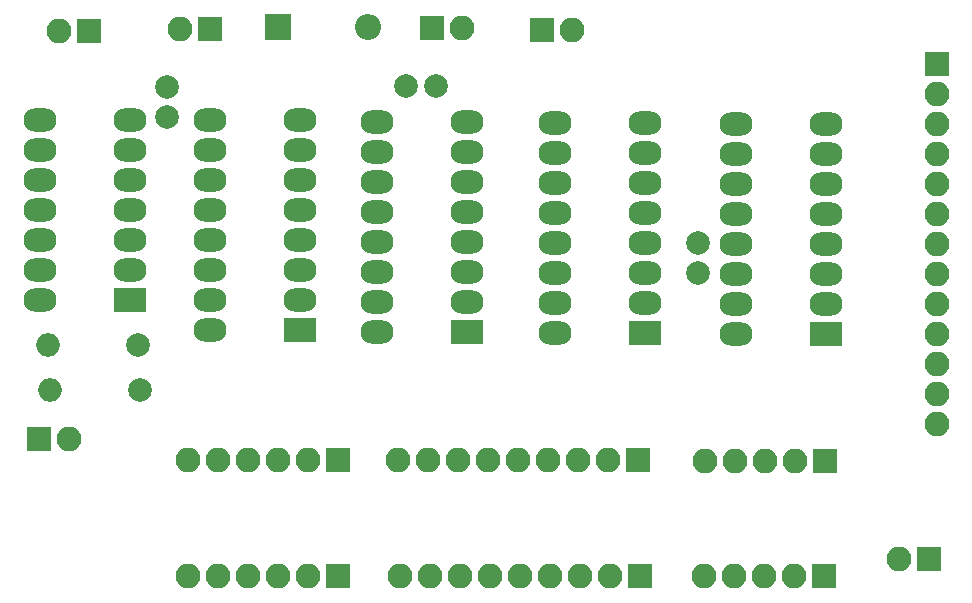
<source format=gts>
G04 #@! TF.FileFunction,Soldermask,Top*
%FSLAX46Y46*%
G04 Gerber Fmt 4.6, Leading zero omitted, Abs format (unit mm)*
G04 Created by KiCad (PCBNEW 4.0.4-stable) date 07/15/17 23:55:16*
%MOMM*%
%LPD*%
G01*
G04 APERTURE LIST*
%ADD10C,0.100000*%
%ADD11C,2.000000*%
%ADD12R,2.200000X2.200000*%
%ADD13O,2.200000X2.200000*%
%ADD14R,2.100000X2.100000*%
%ADD15O,2.100000X2.100000*%
%ADD16R,2.800000X2.000000*%
%ADD17O,2.800000X2.000000*%
%ADD18O,2.000000X2.000000*%
G04 APERTURE END LIST*
D10*
D11*
X185013600Y-83108800D03*
X185013600Y-80608800D03*
X140106400Y-69900800D03*
X140106400Y-67400800D03*
X162814000Y-67310000D03*
X160314000Y-67310000D03*
D12*
X149479000Y-62306200D03*
D13*
X157099000Y-62306200D03*
D14*
X195757800Y-99034600D03*
D15*
X193217800Y-99034600D03*
X190677800Y-99034600D03*
X188137800Y-99034600D03*
X185597800Y-99034600D03*
D14*
X195656200Y-108788200D03*
D15*
X193116200Y-108788200D03*
X190576200Y-108788200D03*
X188036200Y-108788200D03*
X185496200Y-108788200D03*
D14*
X179984400Y-98983800D03*
D15*
X177444400Y-98983800D03*
X174904400Y-98983800D03*
X172364400Y-98983800D03*
X169824400Y-98983800D03*
X167284400Y-98983800D03*
X164744400Y-98983800D03*
X162204400Y-98983800D03*
X159664400Y-98983800D03*
D14*
X180111400Y-108788200D03*
D15*
X177571400Y-108788200D03*
X175031400Y-108788200D03*
X172491400Y-108788200D03*
X169951400Y-108788200D03*
X167411400Y-108788200D03*
X164871400Y-108788200D03*
X162331400Y-108788200D03*
X159791400Y-108788200D03*
D14*
X154584400Y-98958400D03*
D15*
X152044400Y-98958400D03*
X149504400Y-98958400D03*
X146964400Y-98958400D03*
X144424400Y-98958400D03*
X141884400Y-98958400D03*
D14*
X154559000Y-108788200D03*
D15*
X152019000Y-108788200D03*
X149479000Y-108788200D03*
X146939000Y-108788200D03*
X144399000Y-108788200D03*
X141859000Y-108788200D03*
D14*
X205232000Y-65430400D03*
D15*
X205232000Y-67970400D03*
X205232000Y-70510400D03*
X205232000Y-73050400D03*
X205232000Y-75590400D03*
X205232000Y-78130400D03*
X205232000Y-80670400D03*
X205232000Y-83210400D03*
X205232000Y-85750400D03*
X205232000Y-88290400D03*
X205232000Y-90830400D03*
X205232000Y-93370400D03*
X205232000Y-95910400D03*
D14*
X204597000Y-107365800D03*
D15*
X202057000Y-107365800D03*
D14*
X143713200Y-62433200D03*
D15*
X141173200Y-62433200D03*
D14*
X129235200Y-97129600D03*
D15*
X131775200Y-97129600D03*
D14*
X171856400Y-62509400D03*
D15*
X174396400Y-62509400D03*
D14*
X162509200Y-62407800D03*
D15*
X165049200Y-62407800D03*
D14*
X133451600Y-62585600D03*
D15*
X130911600Y-62585600D03*
D16*
X136906000Y-85394800D03*
D17*
X129286000Y-70154800D03*
X136906000Y-82854800D03*
X129286000Y-72694800D03*
X136906000Y-80314800D03*
X129286000Y-75234800D03*
X136906000Y-77774800D03*
X129286000Y-77774800D03*
X136906000Y-75234800D03*
X129286000Y-80314800D03*
X136906000Y-72694800D03*
X129286000Y-82854800D03*
X136906000Y-70154800D03*
X129286000Y-85394800D03*
D16*
X151307800Y-87934800D03*
D17*
X143687800Y-70154800D03*
X151307800Y-85394800D03*
X143687800Y-72694800D03*
X151307800Y-82854800D03*
X143687800Y-75234800D03*
X151307800Y-80314800D03*
X143687800Y-77774800D03*
X151307800Y-77774800D03*
X143687800Y-80314800D03*
X151307800Y-75234800D03*
X143687800Y-82854800D03*
X151307800Y-72694800D03*
X143687800Y-85394800D03*
X151307800Y-70154800D03*
X143687800Y-87934800D03*
D16*
X165455600Y-88112600D03*
D17*
X157835600Y-70332600D03*
X165455600Y-85572600D03*
X157835600Y-72872600D03*
X165455600Y-83032600D03*
X157835600Y-75412600D03*
X165455600Y-80492600D03*
X157835600Y-77952600D03*
X165455600Y-77952600D03*
X157835600Y-80492600D03*
X165455600Y-75412600D03*
X157835600Y-83032600D03*
X165455600Y-72872600D03*
X157835600Y-85572600D03*
X165455600Y-70332600D03*
X157835600Y-88112600D03*
D16*
X180568600Y-88188800D03*
D17*
X172948600Y-70408800D03*
X180568600Y-85648800D03*
X172948600Y-72948800D03*
X180568600Y-83108800D03*
X172948600Y-75488800D03*
X180568600Y-80568800D03*
X172948600Y-78028800D03*
X180568600Y-78028800D03*
X172948600Y-80568800D03*
X180568600Y-75488800D03*
X172948600Y-83108800D03*
X180568600Y-72948800D03*
X172948600Y-85648800D03*
X180568600Y-70408800D03*
X172948600Y-88188800D03*
D16*
X195834000Y-88265000D03*
D17*
X188214000Y-70485000D03*
X195834000Y-85725000D03*
X188214000Y-73025000D03*
X195834000Y-83185000D03*
X188214000Y-75565000D03*
X195834000Y-80645000D03*
X188214000Y-78105000D03*
X195834000Y-78105000D03*
X188214000Y-80645000D03*
X195834000Y-75565000D03*
X188214000Y-83185000D03*
X195834000Y-73025000D03*
X188214000Y-85725000D03*
X195834000Y-70485000D03*
X188214000Y-88265000D03*
D11*
X137642600Y-89179400D03*
D18*
X130022600Y-89179400D03*
D11*
X137744200Y-92989400D03*
D18*
X130124200Y-92989400D03*
M02*

</source>
